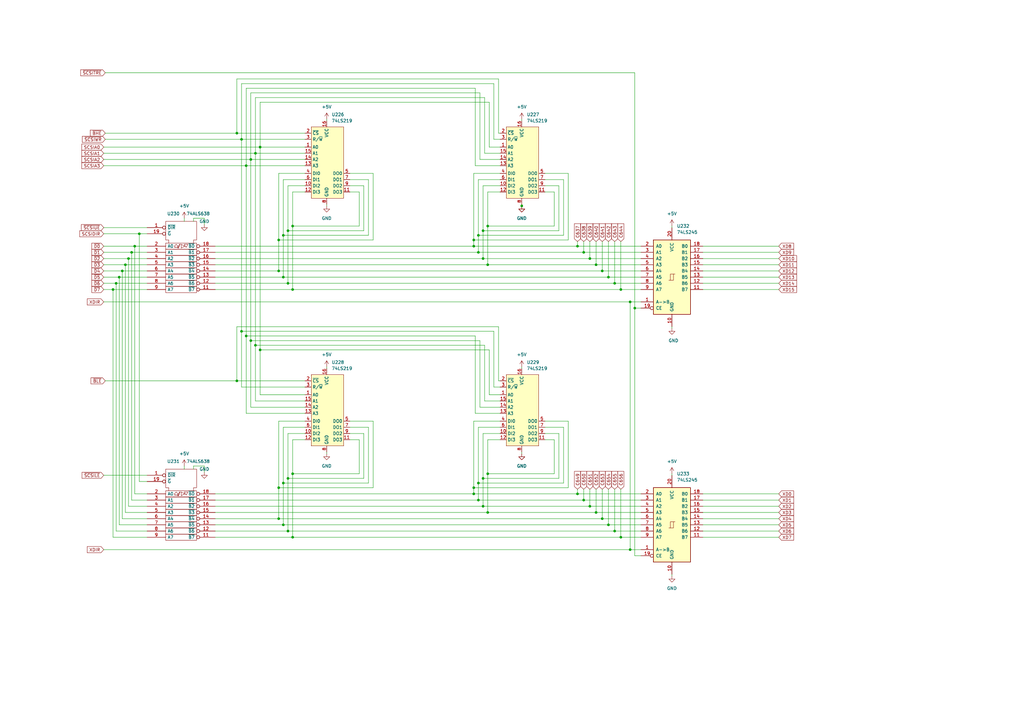
<source format=kicad_sch>
(kicad_sch (version 20211123) (generator eeschema)
  (paper "A3")
  (lib_symbols
    (symbol "74xx:74LS245" (pin_names (offset 1.016))
      (property "Reference" "U" (at -7.62 16.51 0))
      (property "Value" "74LS245" (at -7.62 -16.51 0))
      (symbol "74LS245_1_0"
        (polyline (pts (xy -0.635 -1.27) (xy -0.635 1.27) (xy 0.635 1.27)))
        (polyline (pts (xy -1.27 -1.27) (xy 0.635 -1.27) (xy 0.635 1.27) (xy 1.27 1.27)))
        (pin input line (at -12.7 -10.16 0) (length 5.08) (name "A->B") (number "1"))
        (pin power_in line (at 0 -20.32 90) (length 5.08) (name "GND") (number "10"))
        (pin tri_state line (at 12.7 -5.08 180) (length 5.08) (name "B7") (number "11"))
        (pin tri_state line (at 12.7 -2.54 180) (length 5.08) (name "B6") (number "12"))
        (pin tri_state line (at 12.7 0 180) (length 5.08) (name "B5") (number "13"))
        (pin tri_state line (at 12.7 2.54 180) (length 5.08) (name "B4") (number "14"))
        (pin tri_state line (at 12.7 5.08 180) (length 5.08) (name "B3") (number "15"))
        (pin tri_state line (at 12.7 7.62 180) (length 5.08) (name "B2") (number "16"))
        (pin tri_state line (at 12.7 10.16 180) (length 5.08) (name "B1") (number "17"))
        (pin tri_state line (at 12.7 12.7 180) (length 5.08) (name "B0") (number "18"))
        (pin input inverted (at -12.7 -12.7 0) (length 5.08) (name "CE") (number "19"))
        (pin tri_state line (at -12.7 12.7 0) (length 5.08) (name "A0") (number "2"))
        (pin power_in line (at 0 20.32 270) (length 5.08) (name "VCC") (number "20"))
        (pin tri_state line (at -12.7 10.16 0) (length 5.08) (name "A1") (number "3"))
        (pin tri_state line (at -12.7 7.62 0) (length 5.08) (name "A2") (number "4"))
        (pin tri_state line (at -12.7 5.08 0) (length 5.08) (name "A3") (number "5"))
        (pin tri_state line (at -12.7 2.54 0) (length 5.08) (name "A4") (number "6"))
        (pin tri_state line (at -12.7 0 0) (length 5.08) (name "A5") (number "7"))
        (pin tri_state line (at -12.7 -2.54 0) (length 5.08) (name "A6") (number "8"))
        (pin tri_state line (at -12.7 -5.08 0) (length 5.08) (name "A7") (number "9"))
      )
      (symbol "74LS245_1_1"
        (rectangle (start -7.62 15.24) (end 7.62 -15.24) (stroke (width 0.254)) (fill (type background)))
      )
    )
    (symbol "74xx_IEEE:74LS638" (pin_names (offset 0.762))
      (property "Reference" "U" (at 7.62 17.78 0))
      (property "Value" "74LS638" (at 2.54 -15.24 0))
      (symbol "74LS638_0_0"
        (polyline (pts (xy 0 7.112) (xy 0 5.588) (xy 1.524 6.35) (xy 0 7.112) (xy 0 7.112)))
        (polyline (pts (xy 1.27 7.112) (xy 2.794 7.112) (xy 2.032 5.842) (xy 1.27 7.112) (xy 1.27 7.112)))
        (polyline (pts (xy -1.524 5.588) (xy -1.016 5.588) (xy -0.508 7.112) (xy -0.254 7.112) (xy -0.762 7.112) (xy -1.27 5.588) (xy -1.27 5.588)))
        (polyline (pts (xy -2.032 7.112) (xy -2.794 6.35) (xy -2.286 5.842) (xy -2.794 5.842) (xy -1.27 5.842) (xy -1.778 5.842) (xy -1.27 6.35) (xy -2.032 7.112) (xy -2.032 7.112)))
        (pin power_in line (at 1.27 16.51 270) (length 0) hide (name "GND") (number "10"))
        (pin power_in line (at 5.08 16.51 270) (length 0) hide (name "VCC") (number "20"))
      )
      (symbol "74LS638_0_1"
        (rectangle (start -6.35 -10.16) (end 6.35 -12.7))
        (rectangle (start -6.35 -7.62) (end 6.35 -10.16))
        (rectangle (start -6.35 -5.08) (end 6.35 -7.62))
        (rectangle (start -6.35 -2.54) (end 6.35 -5.08))
        (rectangle (start -6.35 0) (end 6.35 -2.54))
        (rectangle (start -6.35 2.54) (end 6.35 0))
        (rectangle (start -6.35 5.08) (end 6.35 2.54))
        (rectangle (start -6.35 7.62) (end 6.35 5.08))
        (polyline (pts (xy -5.08 7.62) (xy -5.08 8.89) (xy -6.35 8.89) (xy -6.35 16.51) (xy 6.35 16.51) (xy 6.35 8.89) (xy 5.08 8.89) (xy 5.08 7.62) (xy 5.08 7.62)))
      )
      (symbol "74LS638_1_1"
        (pin input inverted (at -13.97 13.97 0) (length 7.62) (name "~{DIR}") (number "1"))
        (pin tri_state inverted (at 13.97 -11.43 180) (length 7.62) (name "~{B7}") (number "11"))
        (pin tri_state inverted (at 13.97 -8.89 180) (length 7.62) (name "~{B6}") (number "12"))
        (pin tri_state inverted (at 13.97 -6.35 180) (length 7.62) (name "~{B5}") (number "13"))
        (pin tri_state inverted (at 13.97 -3.81 180) (length 7.62) (name "~{B4}") (number "14"))
        (pin tri_state inverted (at 13.97 -1.27 180) (length 7.62) (name "~{B3}") (number "15"))
        (pin tri_state inverted (at 13.97 1.27 180) (length 7.62) (name "~{B2}") (number "16"))
        (pin tri_state inverted (at 13.97 3.81 180) (length 7.62) (name "~{B1}") (number "17"))
        (pin tri_state inverted (at 13.97 6.35 180) (length 7.62) (name "~{B0}") (number "18"))
        (pin input inverted (at -13.97 11.43 0) (length 7.62) (name "~{G}") (number "19"))
        (pin tri_state line (at -13.97 6.35 0) (length 7.62) (name "A0") (number "2"))
        (pin tri_state line (at -13.97 3.81 0) (length 7.62) (name "A1") (number "3"))
        (pin tri_state line (at -13.97 1.27 0) (length 7.62) (name "A2") (number "4"))
        (pin tri_state line (at -13.97 -1.27 0) (length 7.62) (name "A3") (number "5"))
        (pin tri_state line (at -13.97 -3.81 0) (length 7.62) (name "A4") (number "6"))
        (pin tri_state line (at -13.97 -6.35 0) (length 7.62) (name "A5") (number "7"))
        (pin tri_state line (at -13.97 -8.89 0) (length 7.62) (name "A6") (number "8"))
        (pin tri_state line (at -13.97 -11.43 0) (length 7.62) (name "A7") (number "9"))
      )
    )
    (symbol "power:+5V" (power) (pin_names (offset 0))
      (property "Value" "+5V" (at 0 3.556 0))
      (symbol "+5V_0_1"
        (polyline (pts (xy -0.762 1.27) (xy 0 2.54)))
        (polyline (pts (xy 0 0) (xy 0 2.54)))
        (polyline (pts (xy 0 2.54) (xy 0.762 1.27)))
      )
      (symbol "+5V_1_1"
        (pin power_in line (at 0 0 90) (length 0) hide (name "+5V") (number "1"))
      )
    )
    (symbol "power:GND" (power) (pin_names (offset 0))
      (property "Value" "GND" (at 0 -3.81 0))
      (symbol "GND_0_1"
        (polyline (pts (xy 0 0) (xy 0 -1.27) (xy 1.27 -1.27) (xy 0 -2.54) (xy -1.27 -1.27) (xy 0 -1.27)))
      )
      (symbol "GND_1_1"
        (pin power_in line (at 0 0 270) (length 0) hide (name "GND") (number "1"))
      )
    )
    (symbol "x37:74LS219"
      (property "Reference" "U" (at -12.065 17.145 0))
      (property "Value" "74LS219" (at 8.89 17.145 0))
      (symbol "74LS219_0_0"
        (pin input line (at -8.89 6.985 0) (length 2.54) (name "A0") (number "1"))
        (pin input line (at -8.89 -8.89 0) (length 2.54) (name "DI2") (number "10"))
        (pin output line (at 9.525 -11.43 180) (length 2.54) (name "DO3") (number "11"))
        (pin input line (at -8.89 -11.43 0) (length 2.54) (name "DI3") (number "12"))
        (pin input line (at -8.89 -0.635 0) (length 2.54) (name "A3") (number "13"))
        (pin input line (at -8.89 1.905 0) (length 2.54) (name "A2") (number "14"))
        (pin input line (at -8.89 4.445 0) (length 2.54) (name "A1") (number "15"))
        (pin power_in line (at 0 17.78 270) (length 2.54) (name "VCC") (number "16"))
        (pin input line (at -8.89 12.7 0) (length 2.54) (name "~{CS}") (number "2"))
        (pin input line (at -8.89 10.16 0) (length 2.54) (name "R/~{W}") (number "3"))
        (pin input line (at -8.89 -3.81 0) (length 2.54) (name "DI0") (number "4"))
        (pin output line (at 9.525 -3.81 180) (length 2.54) (name "DO0") (number "5"))
        (pin input line (at -8.89 -6.35 0) (length 2.54) (name "DI1") (number "6"))
        (pin output line (at 9.525 -6.35 180) (length 2.54) (name "DO1") (number "7"))
        (pin power_in line (at 0 -16.51 90) (length 2.54) (name "GND") (number "8"))
        (pin output line (at 9.525 -8.89 180) (length 2.54) (name "DO2") (number "9"))
      )
      (symbol "74LS219_0_1"
        (rectangle (start -6.35 15.24) (end 6.985 -13.97) (fill (type background)))
      )
    )
  )
  (junction (at 104.775 62.865))
  (junction (at 239.395 103.505))
  (junction (at 249.555 113.665))
  (junction (at 241.935 207.645))
  (junction (at 48.895 113.665))
  (junction (at 99.06 57.15))
  (junction (at 196.215 96.52))
  (junction (at 118.11 94.615))
  (junction (at 196.215 103.505))
  (junction (at 200.025 210.185))
  (junction (at 194.31 100.965))
  (junction (at 118.11 196.215))
  (junction (at 252.095 116.205))
  (junction (at 55.245 100.965))
  (junction (at 258.445 225.425))
  (junction (at 198.12 196.215))
  (junction (at 241.935 106.045))
  (junction (at 106.68 143.51))
  (junction (at 194.31 98.425))
  (junction (at 102.87 139.7))
  (junction (at 120.015 92.71))
  (junction (at 194.31 202.565))
  (junction (at 247.015 111.125))
  (junction (at 213.995 84.455))
  (junction (at 198.12 94.615))
  (junction (at 47.625 116.205))
  (junction (at 97.155 156.21))
  (junction (at 120.015 220.345))
  (junction (at 254.635 118.745))
  (junction (at 254.635 220.345))
  (junction (at 258.445 123.825))
  (junction (at 52.705 106.045))
  (junction (at 198.12 207.645))
  (junction (at 200.025 108.585))
  (junction (at 196.215 205.105))
  (junction (at 252.095 217.805))
  (junction (at 53.975 103.505))
  (junction (at 118.11 116.205))
  (junction (at 57.15 95.885))
  (junction (at 236.855 202.565))
  (junction (at 260.35 126.365))
  (junction (at 196.215 198.12))
  (junction (at 114.3 98.425))
  (junction (at 120.015 118.745))
  (junction (at 249.555 215.265))
  (junction (at 114.3 200.025))
  (junction (at 106.68 60.325))
  (junction (at 114.3 111.125))
  (junction (at 194.31 200.025))
  (junction (at 97.155 54.61))
  (junction (at 236.855 100.965))
  (junction (at 100.965 67.945))
  (junction (at 244.475 210.185))
  (junction (at 104.775 141.605))
  (junction (at 200.025 194.31))
  (junction (at 198.12 106.045))
  (junction (at 102.87 65.405))
  (junction (at 46.355 118.745))
  (junction (at 244.475 108.585))
  (junction (at 116.205 215.265))
  (junction (at 247.015 212.725))
  (junction (at 200.025 92.71))
  (junction (at 114.3 212.725))
  (junction (at 239.395 205.105))
  (junction (at 50.165 111.125))
  (junction (at 120.015 194.31))
  (junction (at 116.205 96.52))
  (junction (at 116.205 198.12))
  (junction (at 51.435 108.585))
  (junction (at 100.965 137.795))
  (junction (at 118.11 217.805))
  (junction (at 116.205 113.665))
  (junction (at 99.06 135.89))
  (wire (pts (xy 241.935 207.645) (xy 262.89 207.645)))
  (wire (pts (xy 133.985 150.495) (xy 133.985 151.13)))
  (wire (pts (xy 143.51 73.66) (xy 151.13 73.66)))
  (wire (pts (xy 151.13 198.12) (xy 116.205 198.12)))
  (wire (pts (xy 196.215 175.26) (xy 205.105 175.26)))
  (wire (pts (xy 202.565 34.29) (xy 202.565 57.15)))
  (wire (pts (xy 120.015 92.71) (xy 147.32 92.71)))
  (wire (pts (xy 99.06 135.89) (xy 99.06 158.75)))
  (wire (pts (xy 153.035 172.72) (xy 153.035 200.025)))
  (wire (pts (xy 43.18 156.21) (xy 97.155 156.21)))
  (wire (pts (xy 198.755 164.465) (xy 205.105 164.465)))
  (wire (pts (xy 97.155 54.61) (xy 125.095 54.61)))
  (wire (pts (xy 149.225 177.8) (xy 143.51 177.8)))
  (wire (pts (xy 60.325 220.345) (xy 46.355 220.345)))
  (wire (pts (xy 204.47 156.21) (xy 205.105 156.21)))
  (wire (pts (xy 102.87 38.1) (xy 196.85 38.1)))
  (wire (pts (xy 200.025 194.31) (xy 200.025 210.185)))
  (wire (pts (xy 120.015 180.34) (xy 120.015 194.31)))
  (wire (pts (xy 46.355 118.745) (xy 60.325 118.745)))
  (wire (pts (xy 288.29 202.565) (xy 319.405 202.565)))
  (wire (pts (xy 99.06 135.89) (xy 202.565 135.89)))
  (wire (pts (xy 100.965 36.195) (xy 194.945 36.195)))
  (wire (pts (xy 200.66 41.91) (xy 200.66 60.325)))
  (wire (pts (xy 114.3 98.425) (xy 114.3 111.125)))
  (wire (pts (xy 288.29 111.125) (xy 319.405 111.125)))
  (wire (pts (xy 88.265 103.505) (xy 196.215 103.505)))
  (wire (pts (xy 52.705 106.045) (xy 60.325 106.045)))
  (wire (pts (xy 100.965 137.795) (xy 194.945 137.795)))
  (wire (pts (xy 198.755 164.465) (xy 198.755 141.605)))
  (wire (pts (xy 88.265 215.265) (xy 116.205 215.265)))
  (wire (pts (xy 147.32 180.34) (xy 143.51 180.34)))
  (wire (pts (xy 79.375 191.135) (xy 83.82 191.135)))
  (wire (pts (xy 102.87 139.7) (xy 102.87 167.005)))
  (wire (pts (xy 116.205 215.265) (xy 249.555 215.265)))
  (wire (pts (xy 51.435 108.585) (xy 60.325 108.585)))
  (wire (pts (xy 116.205 113.665) (xy 249.555 113.665)))
  (wire (pts (xy 202.565 57.15) (xy 205.105 57.15)))
  (wire (pts (xy 213.995 150.495) (xy 213.995 151.13)))
  (wire (pts (xy 42.545 106.045) (xy 52.705 106.045)))
  (wire (pts (xy 43.18 54.61) (xy 97.155 54.61)))
  (wire (pts (xy 196.215 73.66) (xy 196.215 96.52)))
  (wire (pts (xy 42.545 111.125) (xy 50.165 111.125)))
  (wire (pts (xy 198.755 62.865) (xy 198.755 40.005)))
  (wire (pts (xy 233.045 172.72) (xy 223.52 172.72)))
  (wire (pts (xy 198.12 196.215) (xy 198.12 207.645)))
  (wire (pts (xy 236.855 202.565) (xy 262.89 202.565)))
  (wire (pts (xy 102.87 65.405) (xy 102.87 38.1)))
  (wire (pts (xy 198.755 62.865) (xy 205.105 62.865)))
  (wire (pts (xy 133.985 48.895) (xy 133.985 49.53)))
  (wire (pts (xy 244.475 210.185) (xy 262.89 210.185)))
  (wire (pts (xy 204.47 32.385) (xy 204.47 54.61)))
  (wire (pts (xy 249.555 113.665) (xy 262.89 113.665)))
  (wire (pts (xy 88.265 202.565) (xy 194.31 202.565)))
  (wire (pts (xy 288.29 113.665) (xy 319.405 113.665)))
  (wire (pts (xy 88.265 205.105) (xy 196.215 205.105)))
  (wire (pts (xy 153.035 98.425) (xy 114.3 98.425)))
  (wire (pts (xy 106.68 161.925) (xy 125.095 161.925)))
  (wire (pts (xy 227.33 194.31) (xy 227.33 180.34)))
  (wire (pts (xy 204.47 54.61) (xy 205.105 54.61)))
  (wire (pts (xy 236.855 200.66) (xy 236.855 202.565)))
  (wire (pts (xy 88.265 113.665) (xy 116.205 113.665)))
  (wire (pts (xy 239.395 99.06) (xy 239.395 103.505)))
  (wire (pts (xy 47.625 217.805) (xy 60.325 217.805)))
  (wire (pts (xy 42.545 103.505) (xy 53.975 103.505)))
  (wire (pts (xy 200.025 210.185) (xy 244.475 210.185)))
  (wire (pts (xy 60.325 215.265) (xy 48.895 215.265)))
  (wire (pts (xy 198.12 94.615) (xy 198.12 106.045)))
  (wire (pts (xy 60.325 197.485) (xy 57.15 197.485)))
  (wire (pts (xy 260.35 29.845) (xy 260.35 126.365)))
  (wire (pts (xy 258.445 123.825) (xy 262.89 123.825)))
  (wire (pts (xy 205.105 172.72) (xy 194.31 172.72)))
  (wire (pts (xy 116.205 198.12) (xy 116.205 215.265)))
  (wire (pts (xy 288.29 207.645) (xy 319.405 207.645)))
  (wire (pts (xy 288.29 100.965) (xy 319.405 100.965)))
  (wire (pts (xy 60.325 210.185) (xy 51.435 210.185)))
  (wire (pts (xy 88.265 108.585) (xy 200.025 108.585)))
  (wire (pts (xy 205.105 76.2) (xy 198.12 76.2)))
  (wire (pts (xy 55.245 100.965) (xy 55.245 202.565)))
  (wire (pts (xy 104.775 164.465) (xy 125.095 164.465)))
  (wire (pts (xy 151.13 175.26) (xy 151.13 198.12)))
  (wire (pts (xy 151.13 96.52) (xy 116.205 96.52)))
  (wire (pts (xy 100.965 67.945) (xy 100.965 137.795)))
  (wire (pts (xy 236.855 99.06) (xy 236.855 100.965)))
  (wire (pts (xy 249.555 215.265) (xy 262.89 215.265)))
  (wire (pts (xy 118.11 196.215) (xy 118.11 217.805)))
  (wire (pts (xy 229.235 177.8) (xy 223.52 177.8)))
  (wire (pts (xy 104.775 141.605) (xy 104.775 164.465)))
  (wire (pts (xy 46.355 220.345) (xy 46.355 118.745)))
  (wire (pts (xy 239.395 103.505) (xy 262.89 103.505)))
  (wire (pts (xy 200.025 108.585) (xy 244.475 108.585)))
  (wire (pts (xy 196.85 38.1) (xy 196.85 65.405)))
  (wire (pts (xy 223.52 175.26) (xy 231.14 175.26)))
  (wire (pts (xy 258.445 225.425) (xy 262.89 225.425)))
  (wire (pts (xy 118.11 177.8) (xy 118.11 196.215)))
  (wire (pts (xy 249.555 200.66) (xy 249.555 215.265)))
  (wire (pts (xy 194.945 169.545) (xy 194.945 137.795)))
  (wire (pts (xy 153.035 71.12) (xy 153.035 98.425)))
  (wire (pts (xy 118.11 116.205) (xy 252.095 116.205)))
  (wire (pts (xy 198.12 207.645) (xy 241.935 207.645)))
  (wire (pts (xy 125.095 78.74) (xy 120.015 78.74)))
  (wire (pts (xy 196.215 175.26) (xy 196.215 198.12)))
  (wire (pts (xy 120.015 194.31) (xy 147.32 194.31)))
  (wire (pts (xy 194.31 71.12) (xy 194.31 98.425)))
  (wire (pts (xy 288.29 116.205) (xy 319.405 116.205)))
  (wire (pts (xy 205.105 71.12) (xy 194.31 71.12)))
  (wire (pts (xy 97.155 32.385) (xy 97.155 54.61)))
  (wire (pts (xy 252.095 99.06) (xy 252.095 116.205)))
  (wire (pts (xy 88.265 217.805) (xy 118.11 217.805)))
  (wire (pts (xy 194.31 200.025) (xy 194.31 202.565)))
  (wire (pts (xy 42.545 225.425) (xy 258.445 225.425)))
  (wire (pts (xy 194.31 98.425) (xy 194.31 100.965)))
  (wire (pts (xy 47.625 116.205) (xy 60.325 116.205)))
  (wire (pts (xy 153.035 200.025) (xy 114.3 200.025)))
  (wire (pts (xy 88.265 118.745) (xy 120.015 118.745)))
  (wire (pts (xy 205.105 67.945) (xy 194.945 67.945)))
  (wire (pts (xy 194.31 100.965) (xy 236.855 100.965)))
  (wire (pts (xy 42.545 60.325) (xy 106.68 60.325)))
  (wire (pts (xy 233.045 200.025) (xy 233.045 172.72)))
  (wire (pts (xy 288.29 217.805) (xy 319.405 217.805)))
  (wire (pts (xy 99.06 34.29) (xy 202.565 34.29)))
  (wire (pts (xy 200.025 92.71) (xy 200.025 108.585)))
  (wire (pts (xy 120.015 78.74) (xy 120.015 92.71)))
  (wire (pts (xy 57.15 197.485) (xy 57.15 95.885)))
  (wire (pts (xy 47.625 116.205) (xy 47.625 217.805)))
  (wire (pts (xy 118.11 94.615) (xy 118.11 116.205)))
  (wire (pts (xy 97.155 133.985) (xy 204.47 133.985)))
  (wire (pts (xy 241.935 106.045) (xy 262.89 106.045)))
  (wire (pts (xy 83.82 191.135) (xy 83.82 193.675)))
  (wire (pts (xy 99.06 57.15) (xy 99.06 135.89)))
  (wire (pts (xy 288.29 205.105) (xy 319.405 205.105)))
  (wire (pts (xy 104.775 62.865) (xy 125.095 62.865)))
  (wire (pts (xy 213.995 83.82) (xy 213.995 84.455)))
  (wire (pts (xy 116.205 96.52) (xy 116.205 113.665)))
  (wire (pts (xy 194.31 98.425) (xy 233.045 98.425)))
  (wire (pts (xy 231.14 73.66) (xy 231.14 96.52)))
  (wire (pts (xy 75.565 89.535) (xy 75.565 90.805)))
  (wire (pts (xy 262.89 126.365) (xy 260.35 126.365)))
  (wire (pts (xy 254.635 200.66) (xy 254.635 220.345)))
  (wire (pts (xy 227.33 92.71) (xy 227.33 78.74)))
  (wire (pts (xy 53.975 103.505) (xy 60.325 103.505)))
  (wire (pts (xy 50.165 212.725) (xy 60.325 212.725)))
  (wire (pts (xy 229.235 94.615) (xy 229.235 76.2)))
  (wire (pts (xy 50.165 111.125) (xy 60.325 111.125)))
  (wire (pts (xy 79.375 89.535) (xy 83.82 89.535)))
  (wire (pts (xy 114.3 200.025) (xy 114.3 172.72)))
  (wire (pts (xy 104.775 40.005) (xy 198.755 40.005)))
  (wire (pts (xy 229.235 196.215) (xy 229.235 177.8)))
  (wire (pts (xy 227.33 78.74) (xy 223.52 78.74)))
  (wire (pts (xy 200.025 194.31) (xy 227.33 194.31)))
  (wire (pts (xy 116.205 73.66) (xy 116.205 96.52)))
  (wire (pts (xy 99.06 158.75) (xy 125.095 158.75)))
  (wire (pts (xy 100.965 169.545) (xy 125.095 169.545)))
  (wire (pts (xy 106.68 41.91) (xy 200.66 41.91)))
  (wire (pts (xy 42.545 113.665) (xy 48.895 113.665)))
  (wire (pts (xy 42.545 118.745) (xy 46.355 118.745)))
  (wire (pts (xy 194.945 67.945) (xy 194.945 36.195)))
  (wire (pts (xy 88.265 207.645) (xy 198.12 207.645)))
  (wire (pts (xy 275.59 235.585) (xy 275.59 236.22)))
  (wire (pts (xy 205.105 169.545) (xy 194.945 169.545)))
  (wire (pts (xy 102.87 65.405) (xy 125.095 65.405)))
  (wire (pts (xy 147.32 194.31) (xy 147.32 180.34)))
  (wire (pts (xy 42.545 65.405) (xy 102.87 65.405)))
  (wire (pts (xy 200.66 143.51) (xy 200.66 161.925)))
  (wire (pts (xy 125.095 76.2) (xy 118.11 76.2)))
  (wire (pts (xy 244.475 200.66) (xy 244.475 210.185)))
  (wire (pts (xy 125.095 172.72) (xy 114.3 172.72)))
  (wire (pts (xy 42.545 108.585) (xy 51.435 108.585)))
  (wire (pts (xy 88.265 220.345) (xy 120.015 220.345)))
  (wire (pts (xy 55.245 100.965) (xy 60.325 100.965)))
  (wire (pts (xy 120.015 194.31) (xy 120.015 220.345)))
  (wire (pts (xy 231.14 198.12) (xy 196.215 198.12)))
  (wire (pts (xy 252.095 200.66) (xy 252.095 217.805)))
  (wire (pts (xy 48.895 113.665) (xy 60.325 113.665)))
  (wire (pts (xy 254.635 220.345) (xy 262.89 220.345)))
  (wire (pts (xy 247.015 99.06) (xy 247.015 111.125)))
  (wire (pts (xy 125.095 71.12) (xy 114.3 71.12)))
  (wire (pts (xy 236.855 100.965) (xy 262.89 100.965)))
  (wire (pts (xy 200.025 92.71) (xy 227.33 92.71)))
  (wire (pts (xy 204.47 133.985) (xy 204.47 156.21)))
  (wire (pts (xy 42.545 93.345) (xy 60.325 93.345)))
  (wire (pts (xy 42.545 116.205) (xy 47.625 116.205)))
  (wire (pts (xy 244.475 99.06) (xy 244.475 108.585)))
  (wire (pts (xy 88.265 210.185) (xy 200.025 210.185)))
  (wire (pts (xy 288.29 103.505) (xy 319.405 103.505)))
  (wire (pts (xy 143.51 172.72) (xy 153.035 172.72)))
  (wire (pts (xy 99.06 34.29) (xy 99.06 57.15)))
  (wire (pts (xy 51.435 108.585) (xy 51.435 210.185)))
  (wire (pts (xy 42.545 123.825) (xy 258.445 123.825)))
  (wire (pts (xy 118.11 76.2) (xy 118.11 94.615)))
  (wire (pts (xy 196.85 139.7) (xy 196.85 167.005)))
  (wire (pts (xy 100.965 67.945) (xy 125.095 67.945)))
  (wire (pts (xy 198.12 196.215) (xy 229.235 196.215)))
  (wire (pts (xy 97.155 133.985) (xy 97.155 156.21)))
  (wire (pts (xy 104.775 62.865) (xy 104.775 141.605)))
  (wire (pts (xy 106.68 60.325) (xy 106.68 143.51)))
  (wire (pts (xy 233.045 98.425) (xy 233.045 71.12)))
  (wire (pts (xy 83.82 89.535) (xy 83.82 92.075)))
  (wire (pts (xy 213.995 185.42) (xy 213.995 186.055)))
  (wire (pts (xy 133.985 83.82) (xy 133.985 84.455)))
  (wire (pts (xy 88.265 100.965) (xy 194.31 100.965)))
  (wire (pts (xy 42.545 95.885) (xy 57.15 95.885)))
  (wire (pts (xy 97.155 32.385) (xy 204.47 32.385)))
  (wire (pts (xy 205.105 78.74) (xy 200.025 78.74)))
  (wire (pts (xy 194.31 202.565) (xy 236.855 202.565)))
  (wire (pts (xy 120.015 118.745) (xy 254.635 118.745)))
  (wire (pts (xy 52.705 207.645) (xy 60.325 207.645)))
  (wire (pts (xy 125.095 180.34) (xy 120.015 180.34)))
  (wire (pts (xy 231.14 175.26) (xy 231.14 198.12)))
  (wire (pts (xy 288.29 108.585) (xy 319.405 108.585)))
  (wire (pts (xy 288.29 212.725) (xy 319.405 212.725)))
  (wire (pts (xy 116.205 175.26) (xy 125.095 175.26)))
  (wire (pts (xy 120.015 92.71) (xy 120.015 118.745)))
  (wire (pts (xy 60.325 205.105) (xy 53.975 205.105)))
  (wire (pts (xy 288.29 210.185) (xy 319.405 210.185)))
  (wire (pts (xy 196.215 73.66) (xy 205.105 73.66)))
  (wire (pts (xy 196.215 96.52) (xy 196.215 103.505)))
  (wire (pts (xy 104.775 40.005) (xy 104.775 62.865)))
  (wire (pts (xy 227.33 180.34) (xy 223.52 180.34)))
  (wire (pts (xy 194.31 200.025) (xy 233.045 200.025)))
  (wire (pts (xy 196.215 103.505) (xy 239.395 103.505)))
  (wire (pts (xy 258.445 123.825) (xy 258.445 225.425)))
  (wire (pts (xy 79.375 90.805) (xy 79.375 89.535)))
  (wire (pts (xy 147.32 92.71) (xy 147.32 78.74)))
  (wire (pts (xy 99.06 57.15) (xy 125.095 57.15)))
  (wire (pts (xy 52.705 106.045) (xy 52.705 207.645)))
  (wire (pts (xy 100.965 36.195) (xy 100.965 67.945)))
  (wire (pts (xy 233.045 71.12) (xy 223.52 71.12)))
  (wire (pts (xy 254.635 118.745) (xy 262.89 118.745)))
  (wire (pts (xy 118.11 196.215) (xy 149.225 196.215)))
  (wire (pts (xy 196.215 198.12) (xy 196.215 205.105)))
  (wire (pts (xy 196.85 65.405) (xy 205.105 65.405)))
  (wire (pts (xy 202.565 158.75) (xy 205.105 158.75)))
  (wire (pts (xy 244.475 108.585) (xy 262.89 108.585)))
  (wire (pts (xy 102.87 65.405) (xy 102.87 139.7)))
  (wire (pts (xy 288.29 118.745) (xy 319.405 118.745)))
  (wire (pts (xy 247.015 200.66) (xy 247.015 212.725)))
  (wire (pts (xy 262.89 227.965) (xy 260.35 227.965)))
  (wire (pts (xy 231.14 96.52) (xy 196.215 96.52)))
  (wire (pts (xy 114.3 111.125) (xy 247.015 111.125)))
  (wire (pts (xy 247.015 111.125) (xy 262.89 111.125)))
  (wire (pts (xy 288.29 220.345) (xy 319.405 220.345)))
  (wire (pts (xy 57.15 95.885) (xy 60.325 95.885)))
  (wire (pts (xy 88.265 212.725) (xy 114.3 212.725)))
  (wire (pts (xy 213.995 48.895) (xy 213.995 49.53)))
  (wire (pts (xy 275.59 133.985) (xy 275.59 134.62)))
  (wire (pts (xy 202.565 135.89) (xy 202.565 158.75)))
  (wire (pts (xy 102.87 167.005) (xy 125.095 167.005)))
  (wire (pts (xy 118.11 217.805) (xy 252.095 217.805)))
  (wire (pts (xy 249.555 99.06) (xy 249.555 113.665)))
  (wire (pts (xy 205.105 177.8) (xy 198.12 177.8)))
  (wire (pts (xy 88.265 111.125) (xy 114.3 111.125)))
  (wire (pts (xy 196.215 205.105) (xy 239.395 205.105)))
  (wire (pts (xy 104.775 141.605) (xy 198.755 141.605)))
  (wire (pts (xy 198.12 94.615) (xy 229.235 94.615)))
  (wire (pts (xy 241.935 200.66) (xy 241.935 207.645)))
  (wire (pts (xy 143.51 71.12) (xy 153.035 71.12)))
  (wire (pts (xy 43.18 29.845) (xy 260.35 29.845)))
  (wire (pts (xy 194.31 172.72) (xy 194.31 200.025)))
  (wire (pts (xy 205.105 180.34) (xy 200.025 180.34)))
  (wire (pts (xy 118.11 94.615) (xy 149.225 94.615)))
  (wire (pts (xy 133.985 185.42) (xy 133.985 186.055)))
  (wire (pts (xy 254.635 99.06) (xy 254.635 118.745)))
  (wire (pts (xy 88.265 106.045) (xy 198.12 106.045)))
  (wire (pts (xy 196.85 167.005) (xy 205.105 167.005)))
  (wire (pts (xy 239.395 205.105) (xy 262.89 205.105)))
  (wire (pts (xy 114.3 212.725) (xy 247.015 212.725)))
  (wire (pts (xy 43.18 57.15) (xy 99.06 57.15)))
  (wire (pts (xy 247.015 212.725) (xy 262.89 212.725)))
  (wire (pts (xy 200.66 60.325) (xy 205.105 60.325)))
  (wire (pts (xy 198.12 106.045) (xy 241.935 106.045)))
  (wire (pts (xy 88.265 116.205) (xy 118.11 116.205)))
  (wire (pts (xy 275.59 194.31) (xy 275.59 194.945)))
  (wire (pts (xy 149.225 196.215) (xy 149.225 177.8)))
  (wire (pts (xy 106.68 60.325) (xy 125.095 60.325)))
  (wire (pts (xy 200.025 78.74) (xy 200.025 92.71)))
  (wire (pts (xy 241.935 99.06) (xy 241.935 106.045)))
  (wire (pts (xy 147.32 78.74) (xy 143.51 78.74)))
  (wire (pts (xy 239.395 200.66) (xy 239.395 205.105)))
  (wire (pts (xy 223.52 73.66) (xy 231.14 73.66)))
  (wire (pts (xy 125.095 177.8) (xy 118.11 177.8)))
  (wire (pts (xy 252.095 217.805) (xy 262.89 217.805)))
  (wire (pts (xy 114.3 98.425) (xy 114.3 71.12)))
  (wire (pts (xy 55.245 202.565) (xy 60.325 202.565)))
  (wire (pts (xy 42.545 67.945) (xy 100.965 67.945)))
  (wire (pts (xy 200.66 161.925) (xy 205.105 161.925)))
  (wire (pts (xy 79.375 192.405) (xy 79.375 191.135)))
  (wire (pts (xy 97.155 156.21) (xy 125.095 156.21)))
  (wire (pts (xy 198.12 177.8) (xy 198.12 196.215)))
  (wire (pts (xy 151.13 73.66) (xy 151.13 96.52)))
  (wire (pts (xy 149.225 76.2) (xy 143.51 76.2)))
  (wire (pts (xy 42.545 100.965) (xy 55.245 100.965)))
  (wire (pts (xy 42.545 194.945) (xy 60.325 194.945)))
  (wire (pts (xy 106.68 41.91) (xy 106.68 60.325)))
  (wire (pts (xy 114.3 200.025) (xy 114.3 212.725)))
  (wire (pts (xy 275.59 92.71) (xy 275.59 93.345)))
  (wire (pts (xy 100.965 137.795) (xy 100.965 169.545)))
  (wire (pts (xy 229.235 76.2) (xy 223.52 76.2)))
  (wire (pts (xy 106.68 143.51) (xy 200.66 143.51)))
  (wire (pts (xy 106.68 143.51) (xy 106.68 161.925)))
  (wire (pts (xy 102.87 139.7) (xy 196.85 139.7)))
  (wire (pts (xy 116.205 73.66) (xy 125.095 73.66)))
  (wire (pts (xy 200.025 180.34) (xy 200.025 194.31)))
  (wire (pts (xy 50.165 111.125) (xy 50.165 212.725)))
  (wire (pts (xy 42.545 62.865) (xy 104.775 62.865)))
  (wire (pts (xy 288.29 106.045) (xy 319.405 106.045)))
  (wire (pts (xy 120.015 220.345) (xy 254.635 220.345)))
  (wire (pts (xy 252.095 116.205) (xy 262.89 116.205)))
  (wire (pts (xy 198.12 76.2) (xy 198.12 94.615)))
  (wire (pts (xy 53.975 103.505) (xy 53.975 205.105)))
  (wire (pts (xy 143.51 175.26) (xy 151.13 175.26)))
  (wire (pts (xy 149.225 94.615) (xy 149.225 76.2)))
  (wire (pts (xy 116.205 175.26) (xy 116.205 198.12)))
  (wire (pts (xy 288.29 215.265) (xy 319.405 215.265)))
  (wire (pts (xy 48.895 113.665) (xy 48.895 215.265)))
  (wire (pts (xy 75.565 191.135) (xy 75.565 192.405)))
  (wire (pts (xy 260.35 126.365) (xy 260.35 227.965)))
  (global_label "XD13" (shape input) (at 319.405 113.665 0) (property "Intersheet References" "${INTERSHEET_REFS}" (effects hide)))
  (global_label "XD8" (shape input) (at 319.405 100.965 0) (property "Intersheet References" "${INTERSHEET_REFS}" (effects hide)))
  (global_label "C655" (shape input) (at 252.095 200.66 90) (property "Intersheet References" "${INTERSHEET_REFS}" (effects hide)))
  (global_label "XD5" (shape input) (at 319.405 215.265 0) (property "Intersheet References" "${INTERSHEET_REFS}" (effects hide)))
  (global_label "XD7" (shape input) (at 319.405 220.345 0) (property "Intersheet References" "${INTERSHEET_REFS}" (effects hide)))
  (global_label "XD6" (shape input) (at 319.405 217.805 0) (property "Intersheet References" "${INTERSHEET_REFS}" (effects hide)))
  (global_label "~{SCSITRE}" (shape input) (at 43.18 29.845 180) (property "Intersheet References" "${INTERSHEET_REFS}" (effects hide)))
  (global_label "XD12" (shape input) (at 319.405 111.125 0) (property "Intersheet References" "${INTERSHEET_REFS}" (effects hide)))
  (global_label "SCSIDIR" (shape input) (at 42.545 95.885 180) (property "Intersheet References" "${INTERSHEET_REFS}" (effects hide)))
  (global_label "XD2" (shape input) (at 319.405 207.645 0) (property "Intersheet References" "${INTERSHEET_REFS}" (effects hide)))
  (global_label "XD1" (shape input) (at 319.405 205.105 0) (property "Intersheet References" "${INTERSHEET_REFS}" (effects hide)))
  (global_label "~{SCSILE}" (shape input) (at 42.545 194.945 180) (property "Intersheet References" "${INTERSHEET_REFS}" (effects hide)))
  (global_label "SCSIA0" (shape input) (at 42.545 60.325 180) (property "Intersheet References" "${INTERSHEET_REFS}" (effects hide)))
  (global_label "XD3" (shape input) (at 319.405 210.185 0) (property "Intersheet References" "${INTERSHEET_REFS}" (effects hide)))
  (global_label "~{D7}" (shape input) (at 42.545 118.745 180) (property "Intersheet References" "${INTERSHEET_REFS}" (effects hide)))
  (global_label "XD0" (shape input) (at 319.405 202.565 0) (property "Intersheet References" "${INTERSHEET_REFS}" (effects hide)))
  (global_label "C641" (shape input) (at 247.015 99.06 90) (property "Intersheet References" "${INTERSHEET_REFS}" (effects hide)))
  (global_label "~{BLE}" (shape input) (at 43.18 156.21 180) (property "Intersheet References" "${INTERSHEET_REFS}" (effects hide)))
  (global_label "XD10" (shape input) (at 319.405 106.045 0) (property "Intersheet References" "${INTERSHEET_REFS}" (effects hide)))
  (global_label "~{SCSIUE}" (shape input) (at 42.545 93.345 180) (property "Intersheet References" "${INTERSHEET_REFS}" (effects hide)))
  (global_label "~{SCSIWR}" (shape input) (at 43.18 57.15 180) (property "Intersheet References" "${INTERSHEET_REFS}" (effects hide)))
  (global_label "C654" (shape input) (at 249.555 200.66 90) (property "Intersheet References" "${INTERSHEET_REFS}" (effects hide)))
  (global_label "XD14" (shape input) (at 319.405 116.205 0) (property "Intersheet References" "${INTERSHEET_REFS}" (effects hide)))
  (global_label "~{D1}" (shape input) (at 42.545 103.505 180) (property "Intersheet References" "${INTERSHEET_REFS}" (effects hide)))
  (global_label "XD9" (shape input) (at 319.405 103.505 0) (property "Intersheet References" "${INTERSHEET_REFS}" (effects hide)))
  (global_label "C651" (shape input) (at 241.935 200.66 90) (property "Intersheet References" "${INTERSHEET_REFS}" (effects hide)))
  (global_label "C643" (shape input) (at 252.095 99.06 90) (property "Intersheet References" "${INTERSHEET_REFS}" (effects hide)))
  (global_label "~{D0}" (shape input) (at 42.545 100.965 180) (property "Intersheet References" "${INTERSHEET_REFS}" (effects hide)))
  (global_label "C644" (shape input) (at 254.635 99.06 90) (property "Intersheet References" "${INTERSHEET_REFS}" (effects hide)))
  (global_label "C642" (shape input) (at 249.555 99.06 90) (property "Intersheet References" "${INTERSHEET_REFS}" (effects hide)))
  (global_label "C639" (shape input) (at 241.935 99.06 90) (property "Intersheet References" "${INTERSHEET_REFS}" (effects hide)))
  (global_label "C638" (shape input) (at 239.395 99.06 90) (property "Intersheet References" "${INTERSHEET_REFS}" (effects hide)))
  (global_label "XD15" (shape input) (at 319.405 118.745 0) (property "Intersheet References" "${INTERSHEET_REFS}" (effects hide)))
  (global_label "~{D6}" (shape input) (at 42.545 116.205 180) (property "Intersheet References" "${INTERSHEET_REFS}" (effects hide)))
  (global_label "SCSIA2" (shape input) (at 42.545 65.405 180) (property "Intersheet References" "${INTERSHEET_REFS}" (effects hide)))
  (global_label "~{D2}" (shape input) (at 42.545 106.045 180) (property "Intersheet References" "${INTERSHEET_REFS}" (effects hide)))
  (global_label "XD11" (shape input) (at 319.405 108.585 0) (property "Intersheet References" "${INTERSHEET_REFS}" (effects hide)))
  (global_label "C652" (shape input) (at 244.475 200.66 90) (property "Intersheet References" "${INTERSHEET_REFS}" (effects hide)))
  (global_label "C649" (shape input) (at 236.855 200.66 90) (property "Intersheet References" "${INTERSHEET_REFS}" (effects hide)))
  (global_label "C637" (shape input) (at 236.855 99.06 90) (property "Intersheet References" "${INTERSHEET_REFS}" (effects hide)))
  (global_label "XD4" (shape input) (at 319.405 212.725 0) (property "Intersheet References" "${INTERSHEET_REFS}" (effects hide)))
  (global_label "C650" (shape input) (at 239.395 200.66 90) (property "Intersheet References" "${INTERSHEET_REFS}" (effects hide)))
  (global_label "XDIR" (shape input) (at 42.545 123.825 180) (property "Intersheet References" "${INTERSHEET_REFS}" (effects hide)))
  (global_label "SCSIA1" (shape input) (at 42.545 62.865 180) (property "Intersheet References" "${INTERSHEET_REFS}" (effects hide)))
  (global_label "~{D3}" (shape input) (at 42.545 108.585 180) (property "Intersheet References" "${INTERSHEET_REFS}" (effects hide)))
  (global_label "SCSIA3" (shape input) (at 42.545 67.945 180) (property "Intersheet References" "${INTERSHEET_REFS}" (effects hide)))
  (global_label "C656" (shape input) (at 254.635 200.66 90) (property "Intersheet References" "${INTERSHEET_REFS}" (effects hide)))
  (global_label "C653" (shape input) (at 247.015 200.66 90) (property "Intersheet References" "${INTERSHEET_REFS}" (effects hide)))
  (global_label "XDIR" (shape input) (at 42.545 225.425 180) (property "Intersheet References" "${INTERSHEET_REFS}" (effects hide)))
  (global_label "~{D5}" (shape input) (at 42.545 113.665 180) (property "Intersheet References" "${INTERSHEET_REFS}" (effects hide)))
  (global_label "~{D4}" (shape input) (at 42.545 111.125 180) (property "Intersheet References" "${INTERSHEET_REFS}" (effects hide)))
  (global_label "~{BHE}" (shape input) (at 43.18 54.61 180) (property "Intersheet References" "${INTERSHEET_REFS}" (effects hide)))
  (global_label "C640" (shape input) (at 244.475 99.06 90) (property "Intersheet References" "${INTERSHEET_REFS}" (effects hide)))
  (symbol (lib_id "power:GND") (at 275.59 236.22 0) (unit 1)
    (property "Reference" "#PWR0535" (effects hide))
    (property "Value" "GND" (at 275.59 241.3 0))
  )
  (symbol (lib_id "power:GND") (at 213.995 186.055 0) (unit 1)
    (property "Reference" "#PWR0539" (effects hide))
    (property "Value" "GND" (at 213.995 191.135 0))
  )
  (symbol (lib_id "x37:74LS219") (at 213.995 168.91 0) (unit 1)
    (property "Reference" "U229" (at 216.0144 148.59 0) (effects (justify left)))
    (property "Value" "74LS219" (at 216.0144 151.13 0) (effects (justify left)))
    (property "Footprint" "Package_DIP:DIP-16_W7.62mm" (effects hide))
  )
  (symbol (lib_id "74xx:74LS245") (at 275.59 215.265 0) (unit 1)
    (property "Reference" "U233" (at 277.6094 194.31 0) (effects (justify left)))
    (property "Value" "74LS245" (at 277.6094 196.85 0) (effects (justify left)))
    (property "Footprint" "Package_DIP:DIP-20_W7.62mm" (effects hide))
    (property "Datasheet" "http://www.ti.com/lit/gpn/sn74LS245" (effects hide))
  )
  (symbol (lib_id "power:+5V") (at 213.995 48.895 0) (unit 1)
    (property "Reference" "#PWR0533" (effects hide))
    (property "Value" "+5V" (at 213.995 43.815 0))
  )
  (symbol (lib_id "74xx_IEEE:74LS638") (at 74.295 208.915 0) (unit 1)
    (property "Reference" "U231" (at 71.12 189.23 0))
    (property "Value" "74ALS638" (at 81.28 189.23 0))
    (property "Footprint" "Package_DIP:DIP-20_W7.62mm" (effects hide))
  )
  (symbol (lib_id "power:+5V") (at 75.565 89.535 0) (unit 1)
    (property "Reference" "#PWR0547" (effects hide))
    (property "Value" "+5V" (at 75.565 84.455 0))
  )
  (symbol (lib_id "power:GND") (at 275.59 134.62 0) (unit 1)
    (property "Reference" "#PWR0536" (effects hide))
    (property "Value" "GND" (at 276.225 139.7 0))
  )
  (symbol (lib_id "x37:74LS219") (at 133.985 67.31 0) (unit 1)
    (property "Reference" "U226" (at 136.0044 46.99 0) (effects (justify left)))
    (property "Value" "74LS219" (at 136.0044 49.53 0) (effects (justify left)))
    (property "Footprint" "Package_DIP:DIP-16_W7.62mm" (effects hide))
  )
  (symbol (lib_id "x37:74LS219") (at 133.985 168.91 0) (unit 1)
    (property "Reference" "U228" (at 136.0044 148.59 0) (effects (justify left)))
    (property "Value" "74LS219" (at 136.0044 151.13 0) (effects (justify left)))
    (property "Footprint" "Package_DIP:DIP-16_W7.62mm" (effects hide))
  )
  (symbol (lib_id "power:+5V") (at 75.565 191.135 0) (unit 1)
    (property "Reference" "#PWR0543" (effects hide))
    (property "Value" "+5V" (at 75.565 186.055 0))
  )
  (symbol (lib_id "power:GND") (at 213.995 186.055 0) (unit 1)
    (property "Reference" "#PWR0538" (effects hide))
    (property "Value" "GND" (at 213.995 191.135 0))
  )
  (symbol (lib_id "power:+5V") (at 275.59 92.71 0) (unit 1)
    (property "Reference" "#PWR0534" (effects hide))
    (property "Value" "+5V" (at 275.59 87.63 0))
  )
  (symbol (lib_id "74xx:74LS245") (at 275.59 113.665 0) (unit 1)
    (property "Reference" "U232" (at 277.6094 92.71 0) (effects (justify left)))
    (property "Value" "74LS245" (at 277.6094 95.25 0) (effects (justify left)))
    (property "Footprint" "Package_DIP:DIP-20_W7.62mm" (effects hide))
    (property "Datasheet" "http://www.ti.com/lit/gpn/sn74LS245" (effects hide))
  )
  (symbol (lib_id "power:+5V") (at 275.59 194.31 0) (unit 1)
    (property "Reference" "#PWR0537" (effects hide))
    (property "Value" "+5V" (at 275.59 189.23 0))
  )
  (symbol (lib_id "x37:74LS219") (at 213.995 67.31 0) (unit 1)
    (property "Reference" "U227" (at 216.0144 46.99 0) (effects (justify left)))
    (property "Value" "74LS219" (at 216.0144 49.53 0) (effects (justify left)))
    (property "Footprint" "Package_DIP:DIP-16_W7.62mm" (effects hide))
  )
  (symbol (lib_id "74xx_IEEE:74LS638") (at 74.295 107.315 0) (unit 1)
    (property "Reference" "U230" (at 71.12 87.63 0))
    (property "Value" "74ALS638" (at 81.28 87.63 0))
    (property "Footprint" "Package_DIP:DIP-20_W7.62mm" (effects hide))
  )
  (symbol (lib_id "power:+5V") (at 133.985 48.895 0) (unit 1)
    (property "Reference" "#PWR0546" (effects hide))
    (property "Value" "+5V" (at 133.985 43.815 0))
  )
  (symbol (lib_id "power:+5V") (at 213.995 150.495 0) (unit 1)
    (property "Reference" "#PWR0540" (effects hide))
    (property "Value" "+5V" (at 213.995 145.415 0))
  )
  (symbol (lib_id "power:GND") (at 133.985 84.455 0) (unit 1)
    (property "Reference" "#PWR0545" (effects hide))
    (property "Value" "GND" (at 133.985 89.535 0))
  )
  (symbol (lib_id "power:GND") (at 83.82 92.075 0) (unit 1)
    (property "Reference" "#PWR0548" (effects hide))
    (property "Value" "GND" (at 83.82 90.805 0))
  )
  (symbol (lib_id "power:GND") (at 133.985 186.055 0) (unit 1)
    (property "Reference" "#PWR0541" (effects hide))
    (property "Value" "GND" (at 133.985 191.135 0))
  )
  (symbol (lib_id "power:GND") (at 83.82 193.675 0) (unit 1)
    (property "Reference" "#PWR0544" (effects hide))
    (property "Value" "GND" (at 83.82 192.405 0))
  )
  (symbol (lib_id "power:GND") (at 213.995 84.455 0) (unit 1)
    (property "Reference" "#PWR0531" (effects hide))
    (property "Value" "GND" (at 213.995 89.535 0))
  )
  (symbol (lib_id "power:GND") (at 213.995 84.455 0) (unit 1)
    (property "Reference" "#PWR0532" (effects hide))
    (property "Value" "GND" (at 213.995 89.535 0))
  )
  (symbol (lib_id "power:+5V") (at 133.985 150.495 0) (unit 1)
    (property "Reference" "#PWR0542" (effects hide))
    (property "Value" "+5V" (at 133.985 145.415 0))
  )
)
</source>
